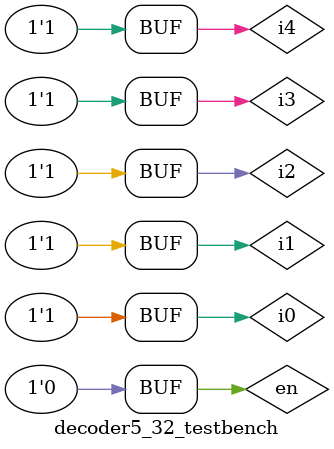
<source format=sv>
`timescale 1ps / 1ps

module decoder5_32(i0, i1, i2, i3, i4, en, out);
	input logic i0, i1, i2, i3, i4, en;
	output logic [31:0]out;
	parameter Delay = 50;
	
	logic [1:0]en_arr;
	
	decoder1_2 decoder1_2_2(.i0(i4), .en(en), .out(en_arr));
	decoder4_16 decoder3_8_1(.i0(i0), .i1(i1), .i2(i2), .i3(i3), .en(en_arr[0]), .out(out[15:0]));
	decoder4_16 decoder3_8_2(.i0(i0), .i1(i1), .i2(i2), .i3(i3), .en(en_arr[1]), .out(out[31:16]));

endmodule

module decoder5_32_testbench();
	logic i0, i1, i2, i3, i4, en;
	logic [31:0]out;
	decoder5_32 dut (.i0, .i1, .i2, .i3, .i4, .en, .out);
	
	initial begin
	en = 1;
	for (int i = 0; i < 32; i++) begin
		{i4, i3, i2, i1, i0} = i[4:0];
		#1000;
	end
	
	en = 0;
	for (int i = 0; i < 32; i++) begin
		{i4, i3, i2, i1, i0} = i[4:0];
		#1000;
	end
end
endmodule
</source>
